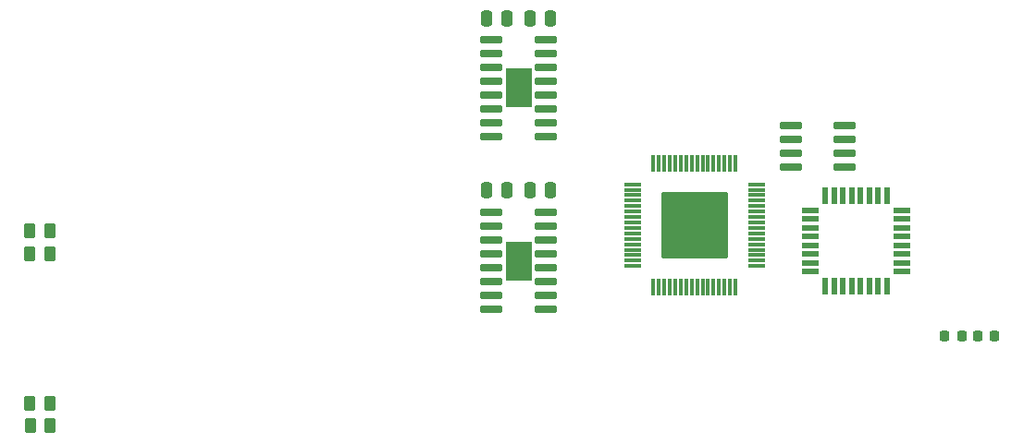
<source format=gtp>
G04 #@! TF.GenerationSoftware,KiCad,Pcbnew,6.0.9+dfsg-1*
G04 #@! TF.CreationDate,2023-01-25T21:24:40+01:00*
G04 #@! TF.ProjectId,siproslic,73697072-6f73-46c6-9963-2e6b69636164,rev?*
G04 #@! TF.SameCoordinates,Original*
G04 #@! TF.FileFunction,Paste,Top*
G04 #@! TF.FilePolarity,Positive*
%FSLAX46Y46*%
G04 Gerber Fmt 4.6, Leading zero omitted, Abs format (unit mm)*
G04 Created by KiCad (PCBNEW 6.0.9+dfsg-1) date 2023-01-25 21:24:40*
%MOMM*%
%LPD*%
G01*
G04 APERTURE LIST*
G04 Aperture macros list*
%AMRoundRect*
0 Rectangle with rounded corners*
0 $1 Rounding radius*
0 $2 $3 $4 $5 $6 $7 $8 $9 X,Y pos of 4 corners*
0 Add a 4 corners polygon primitive as box body*
4,1,4,$2,$3,$4,$5,$6,$7,$8,$9,$2,$3,0*
0 Add four circle primitives for the rounded corners*
1,1,$1+$1,$2,$3*
1,1,$1+$1,$4,$5*
1,1,$1+$1,$6,$7*
1,1,$1+$1,$8,$9*
0 Add four rect primitives between the rounded corners*
20,1,$1+$1,$2,$3,$4,$5,0*
20,1,$1+$1,$4,$5,$6,$7,0*
20,1,$1+$1,$6,$7,$8,$9,0*
20,1,$1+$1,$8,$9,$2,$3,0*%
G04 Aperture macros list end*
%ADD10RoundRect,0.218750X0.218750X0.256250X-0.218750X0.256250X-0.218750X-0.256250X0.218750X-0.256250X0*%
%ADD11RoundRect,0.218750X-0.218750X-0.256250X0.218750X-0.256250X0.218750X0.256250X-0.218750X0.256250X0*%
%ADD12RoundRect,0.250000X-0.250000X-0.475000X0.250000X-0.475000X0.250000X0.475000X-0.250000X0.475000X0*%
%ADD13RoundRect,0.250000X-0.262500X-0.450000X0.262500X-0.450000X0.262500X0.450000X-0.262500X0.450000X0*%
%ADD14RoundRect,0.011200X-2.988800X-2.988800X2.988800X-2.988800X2.988800X2.988800X-2.988800X2.988800X0*%
%ADD15RoundRect,0.011200X0.128800X-0.723800X0.128800X0.723800X-0.128800X0.723800X-0.128800X-0.723800X0*%
%ADD16RoundRect,0.011200X-0.723800X-0.128800X0.723800X-0.128800X0.723800X0.128800X-0.723800X0.128800X0*%
%ADD17RoundRect,0.037800X0.232200X-0.742200X0.232200X0.742200X-0.232200X0.742200X-0.232200X-0.742200X0*%
%ADD18RoundRect,0.037800X-0.742200X-0.232200X0.742200X-0.232200X0.742200X0.232200X-0.742200X0.232200X0*%
%ADD19RoundRect,0.042000X-1.108000X-1.758000X1.108000X-1.758000X1.108000X1.758000X-1.108000X1.758000X0*%
%ADD20RoundRect,0.042000X-0.943000X-0.258000X0.943000X-0.258000X0.943000X0.258000X-0.943000X0.258000X0*%
G04 APERTURE END LIST*
D10*
X124912500Y-180625000D03*
X123337500Y-180625000D03*
D11*
X126337500Y-180625000D03*
X127912500Y-180625000D03*
D12*
X87275000Y-151475000D03*
X85375000Y-151475000D03*
X83275000Y-151475000D03*
X81375000Y-151475000D03*
X85375000Y-167275000D03*
X87275000Y-167275000D03*
X81375000Y-167275000D03*
X83275000Y-167275000D03*
D13*
X39612500Y-173075000D03*
X41437500Y-173075000D03*
X39612500Y-171025000D03*
X41437500Y-171025000D03*
X39625000Y-188875000D03*
X41450000Y-188875000D03*
X39612500Y-186825000D03*
X41437500Y-186825000D03*
D14*
X100425000Y-170475000D03*
D15*
X96675000Y-164805000D03*
X97175000Y-164805000D03*
X97675000Y-164805000D03*
X98175000Y-164805000D03*
X98675000Y-164805000D03*
X99175000Y-164805000D03*
X99675000Y-164805000D03*
X100175000Y-164805000D03*
X100675000Y-164805000D03*
X101175000Y-164805000D03*
X101675000Y-164805000D03*
X102175000Y-164805000D03*
X102675000Y-164805000D03*
X103175000Y-164805000D03*
X103675000Y-164805000D03*
X104175000Y-164805000D03*
D16*
X106095000Y-166725000D03*
X106095000Y-167225000D03*
X106095000Y-167725000D03*
X106095000Y-168225000D03*
X106095000Y-168725000D03*
X106095000Y-169225000D03*
X106095000Y-169725000D03*
X106095000Y-170225000D03*
X106095000Y-170725000D03*
X106095000Y-171225000D03*
X106095000Y-171725000D03*
X106095000Y-172225000D03*
X106095000Y-172725000D03*
X106095000Y-173225000D03*
X106095000Y-173725000D03*
X106095000Y-174225000D03*
D15*
X104175000Y-176145000D03*
X103675000Y-176145000D03*
X103175000Y-176145000D03*
X102675000Y-176145000D03*
X102175000Y-176145000D03*
X101675000Y-176145000D03*
X101175000Y-176145000D03*
X100675000Y-176145000D03*
X100175000Y-176145000D03*
X99675000Y-176145000D03*
X99175000Y-176145000D03*
X98675000Y-176145000D03*
X98175000Y-176145000D03*
X97675000Y-176145000D03*
X97175000Y-176145000D03*
X96675000Y-176145000D03*
D16*
X94755000Y-174225000D03*
X94755000Y-173725000D03*
X94755000Y-173225000D03*
X94755000Y-172725000D03*
X94755000Y-172225000D03*
X94755000Y-171725000D03*
X94755000Y-171225000D03*
X94755000Y-170725000D03*
X94755000Y-170225000D03*
X94755000Y-169725000D03*
X94755000Y-169225000D03*
X94755000Y-168725000D03*
X94755000Y-168225000D03*
X94755000Y-167725000D03*
X94755000Y-167225000D03*
X94755000Y-166725000D03*
D17*
X112425000Y-167745000D03*
X113225000Y-167745000D03*
X114025000Y-167745000D03*
X114825000Y-167745000D03*
X115625000Y-167745000D03*
X116425000Y-167745000D03*
X117225000Y-167745000D03*
X118025000Y-167745000D03*
D18*
X119405000Y-169125000D03*
X119405000Y-169925000D03*
X119405000Y-170725000D03*
X119405000Y-171525000D03*
X119405000Y-172325000D03*
X119405000Y-173125000D03*
X119405000Y-173925000D03*
X119405000Y-174725000D03*
D17*
X118025000Y-176105000D03*
X117225000Y-176105000D03*
X116425000Y-176105000D03*
X115625000Y-176105000D03*
X114825000Y-176105000D03*
X114025000Y-176105000D03*
X113225000Y-176105000D03*
X112425000Y-176105000D03*
D18*
X111045000Y-174725000D03*
X111045000Y-173925000D03*
X111045000Y-173125000D03*
X111045000Y-172325000D03*
X111045000Y-171525000D03*
X111045000Y-170725000D03*
X111045000Y-169925000D03*
X111045000Y-169125000D03*
D19*
X84325000Y-157875000D03*
D20*
X86800000Y-153430000D03*
X86800000Y-154700000D03*
X86800000Y-155970000D03*
X86800000Y-157240000D03*
X86800000Y-158510000D03*
X86800000Y-159780000D03*
X86800000Y-161050000D03*
X86800000Y-162320000D03*
X81850000Y-162320000D03*
X81850000Y-161050000D03*
X81850000Y-159780000D03*
X81850000Y-158510000D03*
X81850000Y-157240000D03*
X81850000Y-155970000D03*
X81850000Y-154700000D03*
X81850000Y-153430000D03*
X81855000Y-169315000D03*
X81855000Y-170585000D03*
X81855000Y-171855000D03*
X81855000Y-173125000D03*
X81855000Y-174395000D03*
X81855000Y-175665000D03*
X81855000Y-176935000D03*
X81855000Y-178205000D03*
X86805000Y-178205000D03*
X86805000Y-176935000D03*
X86805000Y-175665000D03*
X86805000Y-174395000D03*
X86805000Y-173125000D03*
X86805000Y-171855000D03*
X86805000Y-170585000D03*
X86805000Y-169315000D03*
D19*
X84330000Y-173760000D03*
D20*
X114195000Y-161320000D03*
X114195000Y-162590000D03*
X114195000Y-163860000D03*
X114195000Y-165130000D03*
X109255000Y-165130000D03*
X109255000Y-163860000D03*
X109255000Y-162590000D03*
X109255000Y-161320000D03*
M02*

</source>
